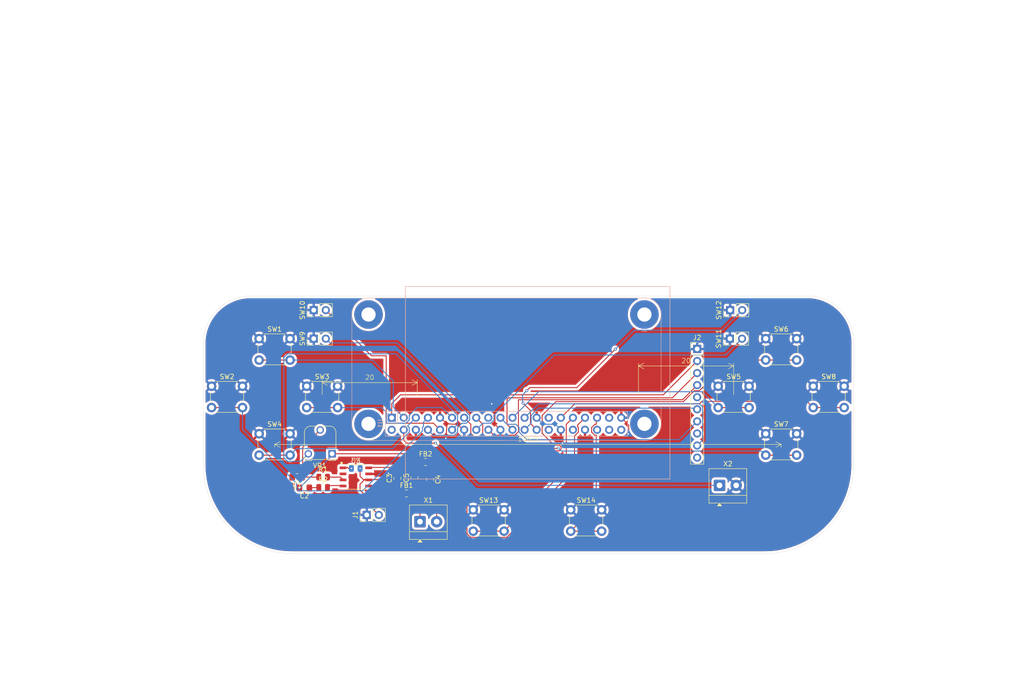
<source format=kicad_pcb>
(kicad_pcb (version 20241229) (generator "pcbnew") (generator_version "9.0")
  (title_block (title "RetroPie Zero Console"))
  (layers (0 "F.Cu" signal) (2 "B.Cu" signal) (13 "F.Paste" user) (15 "B.Paste" user) (5 "F.SilkS" user "F.Silkscreen") (7 "B.SilkS" user "B.Silkscreen") (1 "F.Mask" user) (3 "B.Mask" user) (25 "Edge.Cuts" user))
  (net 0 "")
  (net 1 "VCC")
  (net 2 "GND")
  (net 3 "SCREEN_MOSI")
  (net 4 "SCREEN_CS")
  (net 7 "SCREEN_D_C")
  (net 8 "SCREEN_CLK")
  (net 9 "SCREEN_RST")
  (net 10 "+3V3")
  (net 12 "DPAD_U")
  (net 13 "DPAD_L")
  (net 14 "DPAD_R")
  (net 15 "DPAD_D")
  (net 16 "SW_Y")
  (net 17 "SW_X")
  (net 18 "SW_B")
  (net 19 "SW_A")
  (net 20 "L_BUMP")
  (net 21 "R_TRIG")
  (net 22 "R_BUMP")
  (net 23 "SW_SEL")
  (net 24 "SW_STA")
  (net 28 "AIN -")
  (net 32 "PowerBoost Power")
  (net 33 "AIN +")
  (net 37 "/VO-")
  (net 38 "/VO+")
  (net 39 "Net-(C1-Pad1)")
  (net 40 "Net-(VR1-S)")
  (net 41 "Net-(C2-Pad1)")
  (net 42 "Net-(FB1-P$1)")
  (net 43 "Net-(FB2-P$1)")
  (net 44 "/SD")
  (net 45 "Net-(U3-IN_P)")
  (net 46 "Net-(U3-IN_N)")
  (net 48 "L_TRIG")
  (footprint "Capacitor_SMD:C_0805_2012Metric_Pad1.18x1.45mm_HandSolder" (layer "F.Cu") (at 147.683 124.8575 -90)
    (property "Reference" "C4" (at 0 -1.68 90) (layer "F.SilkS"))
    (property "Value" "220pF")
    (pad "1" smd roundrect (at -1.0375 0 270) (size 1.175 1.45) (layers "F.Cu" "F.Mask" "F.Paste") (roundrect_rratio 0.212766) (net 37 "/VO-"))
    (pad "2" smd roundrect (at 1.0375 0 270) (size 1.175 1.45) (layers "F.Cu" "F.Mask" "F.Paste") (roundrect_rratio 0.212766) (net 2 "GND"))
  )
  (footprint "Button_Switch_THT:SW_PUSH_6mm" (layer "F.Cu") (at 121.75 105.25)
    (property "Reference" "SW3" (at 3.25 -2 0) (layer "F.SilkS"))
    (property "Value" "SW_DIP_x01")
    (pad "1" thru_hole circle (at 0 0 90) (size 2 2) (drill 1.1) (layers "*.Cu" "*.Mask") (net 2 "GND"))
    (pad "1" thru_hole circle (at 6.5 0 90) (size 2 2) (drill 1.1) (layers "*.Cu" "*.Mask") (net 2 "GND"))
    (pad "2" thru_hole circle (at 0 4.5 90) (size 2 2) (drill 1.1) (layers "*.Cu" "*.Mask") (net 14 "DPAD_R"))
    (pad "2" thru_hole circle (at 6.5 4.5 90) (size 2 2) (drill 1.1) (layers "*.Cu" "*.Mask") (net 14 "DPAD_R"))
  )
  (footprint "Capacitor_SMD:C_0805_2012Metric" (layer "F.Cu") (at 142.73 127.8)
    (property "Reference" "FB1" (at 0 -1.68 0) (layer "F.SilkS"))
    (property "Value" "Ferrite")
    (pad "1" smd roundrect (at -0.95 0) (size 1 1.45) (layers "F.Cu" "F.Mask" "F.Paste") (net 42 "Net-(FB1-P$1)"))
    (pad "2" smd roundrect (at 0.95 0) (size 1 1.45) (layers "F.Cu" "F.Mask" "F.Paste") (net 38 "/VO+"))
  )
  (footprint "Resistor_SMD:R_0805_2012Metric" (layer "F.Cu") (at 125.204 126.53)
    (property "Reference" "R2" (at 0 -1.65 0) (layer "F.SilkS"))
    (property "Value" "100")
    (pad "1" smd roundrect (at -0.9125 0) (size 1.025 1.4) (layers "F.Cu" "F.Mask" "F.Paste") (roundrect_rratio 0.243902) (net 41 "Net-(C2-Pad1)"))
    (pad "2" smd roundrect (at 0.9125 0) (size 1.025 1.4) (layers "F.Cu" "F.Mask" "F.Paste") (roundrect_rratio 0.243902) (net 46 "Net-(U3-IN_N)"))
  )
  (footprint "Capacitor_SMD:C_0805_2012Metric_Pad1.18x1.45mm_HandSolder" (layer "F.Cu") (at 121.267 126.657 180)
    (property "Reference" "C2" (at 0 -1.68 0) (layer "F.SilkS"))
    (property "Value" "1uF")
    (pad "1" smd roundrect (at -1.0375 0 180) (size 1.175 1.45) (layers "F.Cu" "F.Mask" "F.Paste") (roundrect_rratio 0.212766) (net 41 "Net-(C2-Pad1)"))
    (pad "2" smd roundrect (at 1.0375 0 180) (size 1.175 1.45) (layers "F.Cu" "F.Mask" "F.Paste") (roundrect_rratio 0.212766) (net 28 "AIN -"))
  )
  (footprint "Button_Switch_THT:SW_PUSH_6mm" (layer "F.Cu") (at 228.234436 105.25)
    (property "Reference" "SW8" (at 3.25 -2 0) (layer "F.SilkS"))
    (property "Value" "SW_DIP_x01")
    (pad "1" thru_hole circle (at 0 0 90) (size 2 2) (drill 1.1) (layers "*.Cu" "*.Mask") (net 2 "GND"))
    (pad "1" thru_hole circle (at 6.5 0 90) (size 2 2) (drill 1.1) (layers "*.Cu" "*.Mask") (net 2 "GND"))
    (pad "2" thru_hole circle (at 0 4.5 90) (size 2 2) (drill 1.1) (layers "*.Cu" "*.Mask") (net 19 "SW_A"))
    (pad "2" thru_hole circle (at 6.5 4.5 90) (size 2 2) (drill 1.1) (layers "*.Cu" "*.Mask") (net 19 "SW_A"))
  )
  (footprint "Capacitor_SMD:C_0805_2012Metric_Pad1.18x1.45mm_HandSolder" (layer "F.Cu") (at 144.381 124.5195 90)
    (property "Reference" "C5" (at 0 -1.68 90) (layer "F.SilkS"))
    (property "Value" "220pF")
    (pad "1" smd roundrect (at -1.0375 0 90) (size 1.175 1.45) (layers "F.Cu" "F.Mask" "F.Paste") (roundrect_rratio 0.212766) (net 38 "/VO+"))
    (pad "2" smd roundrect (at 1.0375 0 90) (size 1.175 1.45) (layers "F.Cu" "F.Mask" "F.Paste") (roundrect_rratio 0.212766) (net 2 "GND"))
  )
  (footprint "Button_Switch_THT:SW_PUSH_6mm" (layer "F.Cu") (at 156.75 131.25)
    (property "Reference" "SW13" (at 3.25 -2 0) (layer "F.SilkS"))
    (property "Value" "SW_DIP_x01")
    (pad "1" thru_hole circle (at 0 0 90) (size 2 2) (drill 1.1) (layers "*.Cu" "*.Mask") (net 2 "GND"))
    (pad "1" thru_hole circle (at 6.5 0 90) (size 2 2) (drill 1.1) (layers "*.Cu" "*.Mask") (net 2 "GND"))
    (pad "2" thru_hole circle (at 0 4.5 90) (size 2 2) (drill 1.1) (layers "*.Cu" "*.Mask") (net 23 "SW_SEL"))
    (pad "2" thru_hole circle (at 6.5 4.5 90) (size 2 2) (drill 1.1) (layers "*.Cu" "*.Mask") (net 23 "SW_SEL"))
  )
  (footprint "TerminalBlock_4Ucon:TerminalBlock_4Ucon_1x02_P3.50mm_Horizontal" (layer "F.Cu") (at 145.57 133.7575)
    (property "Reference" "X1" (at 1.75 -4.52 0) (layer "F.SilkS"))
    (property "Value" "TERMBLOCK_1X2")
    (pad "1" thru_hole roundrect (at 0 0) (size 2.4 2.4) (drill 1.2) (layers "*.Cu" "*.Mask") (roundrect_rratio 0.104167) (net 38 "/VO+"))
    (pad "2" thru_hole circle (at 3.5 0) (size 2.4 2.4) (drill 1.2) (layers "*.Cu" "*.Mask") (net 37 "/VO-"))
  )
  (footprint "Button_Switch_THT:SW_PUSH_6mm" (layer "F.Cu") (at 218.25 115.25)
    (property "Reference" "SW7" (at 3.25 -2 0) (layer "F.SilkS"))
    (property "Value" "SW_DIP_x01")
    (pad "1" thru_hole circle (at 0 0 90) (size 2 2) (drill 1.1) (layers "*.Cu" "*.Mask") (net 2 "GND"))
    (pad "1" thru_hole circle (at 6.5 0 90) (size 2 2) (drill 1.1) (layers "*.Cu" "*.Mask") (net 2 "GND"))
    (pad "2" thru_hole circle (at 0 4.5 90) (size 2 2) (drill 1.1) (layers "*.Cu" "*.Mask") (net 18 "SW_B"))
    (pad "2" thru_hole circle (at 6.5 4.5 90) (size 2 2) (drill 1.1) (layers "*.Cu" "*.Mask") (net 18 "SW_B"))
  )
  (footprint "Button_Switch_THT:SW_PUSH_6mm" (layer "F.Cu") (at 101.75 105.25)
    (property "Reference" "SW2" (at 3.25 -2 0) (layer "F.SilkS"))
    (property "Value" "SW_DIP_x01")
    (pad "1" thru_hole circle (at 0 0 90) (size 2 2) (drill 1.1) (layers "*.Cu" "*.Mask") (net 2 "GND"))
    (pad "1" thru_hole circle (at 6.5 0 90) (size 2 2) (drill 1.1) (layers "*.Cu" "*.Mask") (net 2 "GND"))
    (pad "2" thru_hole circle (at 0 4.5 90) (size 2 2) (drill 1.1) (layers "*.Cu" "*.Mask") (net 13 "DPAD_L"))
    (pad "2" thru_hole circle (at 6.5 4.5 90) (size 2 2) (drill 1.1) (layers "*.Cu" "*.Mask") (net 13 "DPAD_L"))
  )
  (footprint "Button_Switch_THT:SW_PUSH_6mm" (layer "F.Cu") (at 218.25 95.25)
    (property "Reference" "SW6" (at 3.25 -2 0) (layer "F.SilkS"))
    (property "Value" "SW_DIP_x01")
    (pad "1" thru_hole circle (at 0 0 90) (size 2 2) (drill 1.1) (layers "*.Cu" "*.Mask") (net 2 "GND"))
    (pad "1" thru_hole circle (at 6.5 0 90) (size 2 2) (drill 1.1) (layers "*.Cu" "*.Mask") (net 2 "GND"))
    (pad "2" thru_hole circle (at 0 4.5 90) (size 2 2) (drill 1.1) (layers "*.Cu" "*.Mask") (net 17 "SW_X"))
    (pad "2" thru_hole circle (at 6.5 4.5 90) (size 2 2) (drill 1.1) (layers "*.Cu" "*.Mask") (net 17 "SW_X"))
  )
  (footprint "Connector_PinHeader_2.54mm:PinHeader_1x02_P2.54mm_Vertical" (layer "F.Cu") (at 134.366 132.334 90)
    (property "Reference" "J1" (at 0 -2.38 90) (layer "F.SilkS"))
    (property "Value" "Conn_01x02_Socket")
    (pad "1" thru_hole rect (at 0 0 90) (size 1.7 1.7) (drill 1) (layers "*.Cu" "*.Mask") (net 2 "GND"))
    (pad "2" thru_hole circle (at 0 2.54 90) (size 1.7 1.7) (drill 1) (layers "*.Cu" "*.Mask") (net 1 "VCC"))
  )
  (footprint "Potentiometer_THT:Potentiometer_Runtron_RM-065_Vertical" (layer "F.Cu") (at 127.087 119.461 180)
    (property "Reference" "VR1" (at 2.6 -2.5 0) (layer "F.SilkS"))
    (property "Value" "10K trim")
    (pad "1" thru_hole rect (at 0 0 180) (size 1.56 1.56) (drill 1) (layers "*.Cu" "*.Mask") (net 28 "AIN -"))
    (pad "2" thru_hole circle (at 2.5 5 180) (size 1.56 1.56) (drill 1) (layers "*.Cu" "*.Mask") (net 40 "Net-(VR1-S)"))
    (pad "3" thru_hole circle (at 5 0 180) (size 1.56 1.56) (drill 1) (layers "*.Cu" "*.Mask") (net 33 "AIN +"))
  )
  (footprint "Button_Switch_THT:SW_PUSH_6mm" (layer "F.Cu") (at 111.75 115.25)
    (property "Reference" "SW4" (at 3.25 -2 0) (layer "F.SilkS"))
    (property "Value" "SW_DIP_x01")
    (pad "1" thru_hole circle (at 0 0 90) (size 2 2) (drill 1.1) (layers "*.Cu" "*.Mask") (net 2 "GND"))
    (pad "1" thru_hole circle (at 6.5 0 90) (size 2 2) (drill 1.1) (layers "*.Cu" "*.Mask") (net 2 "GND"))
    (pad "2" thru_hole circle (at 0 4.5 90) (size 2 2) (drill 1.1) (layers "*.Cu" "*.Mask") (net 15 "DPAD_D"))
    (pad "2" thru_hole circle (at 6.5 4.5 90) (size 2 2) (drill 1.1) (layers "*.Cu" "*.Mask") (net 15 "DPAD_D"))
  )
  (footprint "Button_Switch_THT:SW_PUSH_6mm" (layer "F.Cu") (at 208.25 105.25)
    (property "Reference" "SW5" (at 3.25 -2 0) (layer "F.SilkS"))
    (property "Value" "SW_DIP_x01")
    (pad "1" thru_hole circle (at 0 0 90) (size 2 2) (drill 1.1) (layers "*.Cu" "*.Mask") (net 2 "GND"))
    (pad "1" thru_hole circle (at 6.5 0 90) (size 2 2) (drill 1.1) (layers "*.Cu" "*.Mask") (net 2 "GND"))
    (pad "2" thru_hole circle (at 0 4.5 90) (size 2 2) (drill 1.1) (layers "*.Cu" "*.Mask") (net 16 "SW_Y"))
    (pad "2" thru_hole circle (at 6.5 4.5 90) (size 2 2) (drill 1.1) (layers "*.Cu" "*.Mask") (net 16 "SW_Y"))
  )
  (footprint "Capacitor_SMD:C_0805_2012Metric" (layer "F.Cu") (at 146.733 121.196)
    (property "Reference" "FB2" (at 0 -1.68 0) (layer "F.SilkS"))
    (property "Value" "Ferrite")
    (pad "1" smd roundrect (at -0.95 0) (size 1 1.45) (layers "F.Cu" "F.Mask" "F.Paste") (net 43 "Net-(FB2-P$1)"))
    (pad "2" smd roundrect (at 0.95 0) (size 1 1.45) (layers "F.Cu" "F.Mask" "F.Paste") (net 37 "/VO-"))
  )
  (footprint "Connector_PinHeader_2.54mm:PinHeader_1x02_P2.54mm_Vertical" (layer "F.Cu") (at 210.765 89.25 90)
    (property "Reference" "SW12" (at 0 -2.38 90) (layer "F.SilkS"))
    (property "Value" "SW_DIP_x01")
    (pad "1" thru_hole rect (at 0 0 90) (size 1.7 1.7) (drill 1) (layers "*.Cu" "*.Mask") (net 2 "GND"))
    (pad "2" thru_hole circle (at 0 2.54 90) (size 1.7 1.7) (drill 1) (layers "*.Cu" "*.Mask") (net 21 "R_TRIG"))
  )
  (footprint "Button_Switch_THT:SW_PUSH_6mm" (layer "F.Cu") (at 111.75 95.25)
    (property "Reference" "SW1" (at 3.25 -2 0) (layer "F.SilkS"))
    (property "Value" "SW_DIP_x01")
    (pad "1" thru_hole circle (at 0 0 90) (size 2 2) (drill 1.1) (layers "*.Cu" "*.Mask") (net 2 "GND"))
    (pad "1" thru_hole circle (at 6.5 0 90) (size 2 2) (drill 1.1) (layers "*.Cu" "*.Mask") (net 2 "GND"))
    (pad "2" thru_hole circle (at 0 4.5 90) (size 2 2) (drill 1.1) (layers "*.Cu" "*.Mask") (net 12 "DPAD_U"))
    (pad "2" thru_hole circle (at 6.5 4.5 90) (size 2 2) (drill 1.1) (layers "*.Cu" "*.Mask") (net 12 "DPAD_U"))
  )
  (footprint "lib:PAM8302AADCR" (layer "F.Cu") (at 132.08 124.333)
    (property "Reference" "U3" (at 0 -3.4 0) (layer "F.SilkS"))
    (property "Value" "PAM8302AASCR")
    (fp_text user "*" (at -3 -2.6 0) (layer "F.SilkS"))
    (fp_text user "*" (at -3 -2.6 0) (layer "F.SilkS"))
    (pad "1" smd rect (at -2.689598 -1.905) (size 1.416799 0.558) (layers "F.Cu" "F.Mask" "F.Paste") (net 44 "/SD"))
    (pad "2" smd rect (at -2.689598 -0.635) (size 1.416799 0.558) (layers "F.Cu" "F.Mask" "F.Paste"))
    (pad "3" smd rect (at -2.689598 0.635) (size 1.416799 0.558) (layers "F.Cu" "F.Mask" "F.Paste") (net 45 "Net-(U3-IN_P)"))
    (pad "4" smd rect (at -2.689598 1.905) (size 1.416799 0.558) (layers "F.Cu" "F.Mask" "F.Paste") (net 46 "Net-(U3-IN_N)"))
    (pad "5" smd rect (at 2.689598 1.905) (size 1.416799 0.558) (layers "F.Cu" "F.Mask" "F.Paste") (net 42 "Net-(FB1-P$1)"))
    (pad "6" smd rect (at 2.689598 0.635) (size 1.416799 0.558) (layers "F.Cu" "F.Mask" "F.Paste") (net 1 "VCC"))
    (pad "7" smd rect (at 2.689598 -0.635) (size 1.416799 0.558) (layers "F.Cu" "F.Mask" "F.Paste") (net 2 "GND"))
    (pad "8" smd rect (at 2.689598 -1.905) (size 1.416799 0.558) (layers "F.Cu" "F.Mask" "F.Paste") (net 43 "Net-(FB2-P$1)"))
  )
  (footprint "Connector_PinHeader_2.54mm:PinHeader_1x02_P2.54mm_Vertical" (layer "F.Cu") (at 123.225 95.25 90)
    (property "Reference" "SW9" (at 0 -2.38 90) (layer "F.SilkS"))
    (property "Value" "SW_DIP_x01")
    (pad "1" thru_hole rect (at 0 0 90) (size 1.7 1.7) (drill 1) (layers "*.Cu" "*.Mask") (net 2 "GND"))
    (pad "2" thru_hole circle (at 0 2.54 90) (size 1.7 1.7) (drill 1) (layers "*.Cu" "*.Mask") (net 20 "L_BUMP"))
  )
  (footprint "Resistor_SMD:R_0805_2012Metric" (layer "F.Cu") (at 125.204 124.371)
    (property "Reference" "R1" (at 0 -1.65 0) (layer "F.SilkS"))
    (property "Value" "100")
    (pad "1" smd roundrect (at -0.9125 0) (size 1.025 1.4) (layers "F.Cu" "F.Mask" "F.Paste") (roundrect_rratio 0.243902) (net 39 "Net-(C1-Pad1)"))
    (pad "2" smd roundrect (at 0.9125 0) (size 1.025 1.4) (layers "F.Cu" "F.Mask" "F.Paste") (roundrect_rratio 0.243902) (net 45 "Net-(U3-IN_P)"))
  )
  (footprint "Capacitor_SMD:C_0805_2012Metric_Pad1.18x1.45mm_HandSolder" (layer "F.Cu") (at 119.743 124.371 180)
    (property "Reference" "C1" (at 0 -1.68 0) (layer "F.SilkS"))
    (property "Value" "1uF")
    (pad "1" smd roundrect (at -1.0375 0 180) (size 1.175 1.45) (layers "F.Cu" "F.Mask" "F.Paste") (roundrect_rratio 0.212766) (net 39 "Net-(C1-Pad1)"))
    (pad "2" smd roundrect (at 1.0375 0 180) (size 1.175 1.45) (layers "F.Cu" "F.Mask" "F.Paste") (roundrect_rratio 0.212766) (net 40 "Net-(VR1-S)"))
  )
  (footprint "TerminalBlock_4Ucon:TerminalBlock_4Ucon_1x02_P3.50mm_Horizontal" (layer "F.Cu") (at 208.534 126.111)
    (property "Reference" "X2" (at 1.75 -4.52 0) (layer "F.SilkS"))
    (property "Value" "TERMBLOCK_1X2")
    (pad "1" thru_hole roundrect (at 0 0) (size 2.4 2.4) (drill 1.2) (layers "*.Cu" "*.Mask") (roundrect_rratio 0.104167) (net 32 "PowerBoost Power"))
    (pad "2" thru_hole circle (at 3.5 0) (size 2.4 2.4) (drill 1.2) (layers "*.Cu" "*.Mask") (net 2 "GND"))
  )
  (footprint "Connector_PinHeader_2.54mm:PinHeader_1x02_P2.54mm_Vertical" (layer "F.Cu") (at 123.225 89.25 90)
    (property "Reference" "SW10" (at 0 -2.38 90) (layer "F.SilkS"))
    (property "Value" "SW_DIP_x01")
    (pad "1" thru_hole rect (at 0 0 90) (size 1.7 1.7) (drill 1) (layers "*.Cu" "*.Mask") (net 2 "GND"))
    (pad "2" thru_hole circle (at 0 2.54 90) (size 1.7 1.7) (drill 1) (layers "*.Cu" "*.Mask") (net 48 "L_TRIG"))
  )
  (footprint "Connector_PinHeader_2.54mm:PinHeader_1x10_P2.54mm_Vertical" (layer "F.Cu") (at 203.835 97.409)
    (property "Reference" "J2" (at 0 -2.38 0) (layer "F.SilkS"))
    (property "Value" "Conn_01x10_Pin")
    (pad "1" thru_hole rect (at 0 0) (size 1.7 1.7) (drill 1) (layers "*.Cu" "*.Mask") (net 2 "GND"))
    (pad "2" thru_hole circle (at 0 2.54) (size 1.7 1.7) (drill 1) (layers "*.Cu" "*.Mask") (net 10 "+3V3"))
    (pad "3" thru_hole circle (at 0 5.08) (size 1.7 1.7) (drill 1) (layers "*.Cu" "*.Mask") (net 7 "SCREEN_D_C"))
    (pad "4" thru_hole circle (at 0 7.62) (size 1.7 1.7) (drill 1) (layers "*.Cu" "*.Mask") (net 9 "SCREEN_RST"))
    (pad "5" thru_hole circle (at 0 10.16) (size 1.7 1.7) (drill 1) (layers "*.Cu" "*.Mask"))
    (pad "6" thru_hole circle (at 0 12.7) (size 1.7 1.7) (drill 1) (layers "*.Cu" "*.Mask") (net 4 "SCREEN_CS"))
    (pad "7" thru_hole circle (at 0 15.24) (size 1.7 1.7) (drill 1) (layers "*.Cu" "*.Mask") (net 3 "SCREEN_MOSI"))
    (pad "8" thru_hole circle (at 0 17.78) (size 1.7 1.7) (drill 1) (layers "*.Cu" "*.Mask"))
    (pad "9" thru_hole circle (at 0 20.32) (size 1.7 1.7) (drill 1) (layers "*.Cu" "*.Mask") (net 8 "SCREEN_CLK"))
    (pad "10" thru_hole circle (at 0 22.86) (size 1.7 1.7) (drill 1) (layers "*.Cu" "*.Mask"))
  )
  (footprint "Capacitor_SMD:C_0805_2012Metric_Pad1.18x1.45mm_HandSolder" (layer "F.Cu") (at 140.825 124.625 90)
    (property "Reference" "C3" (at 0 -1.68 90) (layer "F.SilkS"))
    (property "Value" "10uF")
    (pad "1" smd roundrect (at -1.0375 0 90) (size 1.175 1.45) (layers "F.Cu" "F.Mask" "F.Paste") (roundrect_rratio 0.212766) (net 1 "VCC"))
    (pad "2" smd roundrect (at 1.0375 0 90) (size 1.175 1.45) (layers "F.Cu" "F.Mask" "F.Paste") (roundrect_rratio 0.212766) (net 2 "GND"))
  )
  (footprint "Connector_PinHeader_2.54mm:PinHeader_1x02_P2.54mm_Vertical" (layer "F.Cu") (at 210.725 95.25 90)
    (property "Reference" "SW11" (at 0 -2.38 90) (layer "F.SilkS"))
    (property "Value" "SW_DIP_x01")
    (pad "1" thru_hole rect (at 0 0 90) (size 1.7 1.7) (drill 1) (layers "*.Cu" "*.Mask") (net 2 "GND"))
    (pad "2" thru_hole circle (at 0 2.54 90) (size 1.7 1.7) (drill 1) (layers "*.Cu" "*.Mask") (net 22 "R_BUMP"))
  )
  (footprint "Button_Switch_THT:SW_PUSH_6mm" (layer "F.Cu") (at 177.25 131.25)
    (property "Reference" "SW14" (at 3.25 -2 0) (layer "F.SilkS"))
    (property "Value" "SW_DIP_x01")
    (pad "1" thru_hole circle (at 0 0 90) (size 2 2) (drill 1.1) (layers "*.Cu" "*.Mask") (net 2 "GND"))
    (pad "1" thru_hole circle (at 6.5 0 90) (size 2 2) (drill 1.1) (layers "*.Cu" "*.Mask") (net 2 "GND"))
    (pad "2" thru_hole circle (at 0 4.5 90) (size 2 2) (drill 1.1) (layers "*.Cu" "*.Mask") (net 24 "SW_STA"))
    (pad "2" thru_hole circle (at 6.5 4.5 90) (size 2 2) (drill 1.1) (layers "*.Cu" "*.Mask") (net 24 "SW_STA"))
  )
  (footprint "Adafruit_2.2_SPI_240x320:TM022HDH26_2.2IN_LCD" (layer "B.Cu") (at 168.227 104.521 -90)
    (property "Reference" "U1")
    (property "Value" "~")
  )
  (footprint "lib:RPI Zero Footprint" (layer "B.Cu") (at 163.747 113.42 -90)
    (property "Reference" "U1" (at -0.27 26.46 90) (layer "B.SilkS") (effects (justify mirror)))
    (property "Value" "~")
    (pad "1" thru_hole rect (at -1.54 24.13 270) (size 1.7 1.7) (drill 1) (layers "*.Cu" "*.Mask") (net 10 "+3V3"))
    (pad "2" thru_hole oval (at 1 24.13 270) (size 1.7 1.7) (drill 1) (layers "*.Cu" "*.Mask"))
    (pad "3" thru_hole oval (at -1.54 21.59 270) (size 1.7 1.7) (drill 1) (layers "*.Cu" "*.Mask") (net 12 "DPAD_U"))
    (pad "4" thru_hole oval (at 1 21.59 270) (size 1.7 1.7) (drill 1) (layers "*.Cu" "*.Mask") (net 32 "PowerBoost Power"))
    (pad "5" thru_hole oval (at -1.54 19.05 270) (size 1.7 1.7) (drill 1) (layers "*.Cu" "*.Mask") (net 15 "DPAD_D"))
    (pad "6" thru_hole oval (at 1 19.05 270) (size 1.7 1.7) (drill 1) (layers "*.Cu" "*.Mask") (net 2 "GND"))
    (pad "7" thru_hole oval (at -1.54 16.51 270) (size 1.7 1.7) (drill 1) (layers "*.Cu" "*.Mask") (net 13 "DPAD_L"))
    (pad "8" thru_hole oval (at 1 16.51 270) (size 1.7 1.7) (drill 1) (layers "*.Cu" "*.Mask") (net 20 "L_BUMP"))
    (pad "9" thru_hole oval (at -1.54 13.97 270) (size 1.7 1.7) (drill 1) (layers "*.Cu" "*.Mask") (net 2 "GND"))
    (pad "10" thru_hole oval (at 1 13.97 270) (size 1.7 1.7) (drill 1) (layers "*.Cu" "*.Mask") (net 48 "L_TRIG"))
    (pad "11" thru_hole oval (at -1.54 11.43 270) (size 1.7 1.7) (drill 1) (layers "*.Cu" "*.Mask") (net 14 "DPAD_R"))
    (pad "12" thru_hole oval (at 1 11.43 270) (size 1.7 1.7) (drill 1) (layers "*.Cu" "*.Mask") (net 33 "AIN +"))
    (pad "13" thru_hole oval (at -1.54 8.89 270) (size 1.7 1.7) (drill 1) (layers "*.Cu" "*.Mask") (net 17 "SW_X"))
    (pad "14" thru_hole oval (at 1 8.89 270) (size 1.7 1.7) (drill 1) (layers "*.Cu" "*.Mask") (net 2 "GND"))
    (pad "15" thru_hole oval (at -1.54 6.35 270) (size 1.7 1.7) (drill 1) (layers "*.Cu" "*.Mask") (net 18 "SW_B"))
    (pad "16" thru_hole oval (at 1 6.35 270) (size 1.7 1.7) (drill 1) (layers "*.Cu" "*.Mask") (net 22 "R_BUMP"))
    (pad "17" thru_hole oval (at -1.54 3.81 270) (size 1.7 1.7) (drill 1) (layers "*.Cu" "*.Mask"))
    (pad "18" thru_hole oval (at 1 3.81 270) (size 1.7 1.7) (drill 1) (layers "*.Cu" "*.Mask") (net 9 "SCREEN_RST"))
    (pad "19" thru_hole oval (at -1.54 1.27 270) (size 1.7 1.7) (drill 1) (layers "*.Cu" "*.Mask") (net 3 "SCREEN_MOSI"))
    (pad "20" thru_hole oval (at 1 1.27 270) (size 1.7 1.7) (drill 1) (layers "*.Cu" "*.Mask") (net 2 "GND"))
    (pad "21" thru_hole oval (at -1.54 -1.27 270) (size 1.7 1.7) (drill 1) (layers "*.Cu" "*.Mask") (net 16 "SW_Y"))
    (pad "22" thru_hole oval (at 1 -1.27 270) (size 1.7 1.7) (drill 1) (layers "*.Cu" "*.Mask") (net 7 "SCREEN_D_C"))
    (pad "23" thru_hole oval (at -1.54 -3.81 270) (size 1.7 1.7) (drill 1) (layers "*.Cu" "*.Mask") (net 8 "SCREEN_CLK"))
    (pad "24" thru_hole oval (at 1 -3.81 270) (size 1.7 1.7) (drill 1) (layers "*.Cu" "*.Mask") (net 4 "SCREEN_CS"))
    (pad "25" thru_hole oval (at -1.54 -6.35 270) (size 1.7 1.7) (drill 1) (layers "*.Cu" "*.Mask") (net 2 "GND"))
    (pad "26" thru_hole oval (at 1 -6.35 270) (size 1.7 1.7) (drill 1) (layers "*.Cu" "*.Mask") (net 21 "R_TRIG"))
    (pad "27" thru_hole oval (at -1.54 -8.89 270) (size 1.7 1.7) (drill 1) (layers "*.Cu" "*.Mask"))
    (pad "28" thru_hole oval (at 1 -8.89 270) (size 1.7 1.7) (drill 1) (layers "*.Cu" "*.Mask"))
    (pad "29" thru_hole oval (at -1.54 -11.43 270) (size 1.7 1.7) (drill 1) (layers "*.Cu" "*.Mask") (net 19 "SW_A"))
    (pad "30" thru_hole oval (at 1 -11.43 270) (size 1.7 1.7) (drill 1) (layers "*.Cu" "*.Mask") (net 2 "GND"))
    (pad "31" thru_hole oval (at -1.54 -13.97 270) (size 1.7 1.7) (drill 1) (layers "*.Cu" "*.Mask") (net 23 "SW_SEL"))
    (pad "32" thru_hole oval (at 1 -13.97 270) (size 1.7 1.7) (drill 1) (layers "*.Cu" "*.Mask"))
    (pad "33" thru_hole oval (at -1.54 -16.51 270) (size 1.7 1.7) (drill 1) (layers "*.Cu" "*.Mask") (net 28 "AIN -"))
    (pad "34" thru_hole oval (at 1 -16.51 270) (size 1.7 1.7) (drill 1) (layers "*.Cu" "*.Mask") (net 2 "GND"))
    (pad "35" thru_hole oval (at -1.54 -19.05 270) (size 1.7 1.7) (drill 1) (layers "*.Cu" "*.Mask") (net 24 "SW_STA"))
    (pad "36" thru_hole oval (at 1 -19.05 270) (size 1.7 1.7) (drill 1) (layers "*.Cu" "*.Mask"))
    (pad "37" thru_hole oval (at -1.54 -21.59 270) (size 1.7 1.7) (drill 1) (layers "*.Cu" "*.Mask"))
    (pad "38" thru_hole oval (at 1 -21.59 270) (size 1.7 1.7) (drill 1) (layers "*.Cu" "*.Mask"))
    (pad "39" thru_hole oval (at -1.54 -24.13 270) (size 1.7 1.7) (drill 1) (layers "*.Cu" "*.Mask") (net 2 "GND"))
    (pad "40" thru_hole oval (at 1 -24.13 270) (size 1.7 1.7) (drill 1) (layers "*.Cu" "*.Mask"))
    (pad "41" thru_hole circle (at -23.25 -29 270) (size 6 6) (drill 3) (property pad_prop_castellated) (layers "*.Cu"))
    (pad "41" thru_hole circle (at -23.25 29 270) (size 6 6) (drill 3) (property pad_prop_castellated) (layers "*.Cu"))
    (pad "41" thru_hole circle (at -0.25 -29 270) (size 6 6) (drill 3) (property pad_prop_castellated) (layers "*.Cu"))
    (pad "41" thru_hole circle (at -0.25 29 270) (size 6 6) (drill 3) (property pad_prop_castellated) (layers "*.Cu"))
  )
  (footprint "Resistor_SMD:R_0805_2012Metric" (layer "B.Cu") (at 132.062 122.555 180)
    (property "Reference" "R3" (at 0 1.65 0) (layer "B.SilkS") (effects (justify mirror)))
    (property "Value" "10K")
    (pad "1" smd roundrect (at -0.9125 0 180) (size 1.025 1.4) (layers "B.Cu" "B.Mask" "B.Paste") (roundrect_rratio 0.243902) (net 1 "VCC"))
    (pad "2" smd roundrect (at 0.9125 0 180) (size 1.025 1.4) (layers "B.Cu" "B.Mask" "B.Paste") (roundrect_rratio 0.243902) (net 44 "/SD"))
  )
  (gr_line (start 100 96.25) (end 100 121.793) (stroke (width 0.05)) (layer "Edge.Cuts"))
  (gr_line (start 218.059 140.462) (end 118.669 140.462) (stroke (width 0.05)) (layer "Edge.Cuts"))
  (gr_arc (start 100 96.25) (mid 102.928932 89.178932) (end 110 86.25) (stroke (width 0.05)) (layer "Edge.Cuts"))
  (gr_line (start 236.75 96) (end 236.735024 121.793) (stroke (width 0.05)) (layer "Edge.Cuts"))
  (gr_line (start 110 86.25) (end 227 86.25) (stroke (width 0.05)) (layer "Edge.Cuts"))
  (gr_arc (start 236.735024 121.793) (mid 231.267 134.993976) (end 218.066024 140.462) (stroke (width 0.05)) (layer "Edge.Cuts"))
  (gr_arc (start 227 86.25) (mid 233.894291 89.105709) (end 236.75 96) (stroke (width 0.05)) (layer "Edge.Cuts"))
  (gr_arc (start 118.669 140.462) (mid 105.468024 134.993976) (end 100 121.793) (stroke (width 0.05)) (layer "Edge.Cuts"))
  (dimension (type orthogonal) (layer "F.SilkS") (pts (xy 211.5 107.5) (xy 191.5 107.5)) (height -6.5) (orientation 0) (format (prefix "") (suffix "") (units 3) (units_format 0) (precision 4) (suppress_zeroes yes)) (style (thickness 0.1) (arrow_length 1.27) (text_position_mode 0) (arrow_direction outward) (extension_height 0.58642) (extension_offset 0.5) (keep_text_aligned yes)) (gr_text "20" (at 201.5 99.9 0) (layer "F.SilkS") (effects (font (size 1 1) (thickness 0.1)))))
  (dimension (type orthogonal) (layer "F.SilkS") (pts (xy 125 107.5) (xy 145 107.75)) (height -3) (orientation 0) (format (prefix "") (suffix "") (units 3) (units_format 0) (precision 4) (suppress_zeroes yes)) (style (thickness 0.1) (arrow_length 1.27) (text_position_mode 0) (arrow_direction outward) (extension_height 0.58642) (extension_offset 0.5) (keep_text_aligned yes)) (gr_text "20" (at 135 103.4 0) (layer "F.SilkS") (effects (font (size 1 1) (thickness 0.1)))))
  (dimension (type orthogonal) (layer "F.SilkS") (pts (xy 115 117) (xy 221.5 117)) (height 0.5) (orientation 0) (format (prefix "") (suffix "") (units 3) (units_format 0) (precision 4) (suppress_zeroes yes)) (style (thickness 0.1) (arrow_length 1.27) (text_position_mode 0) (arrow_direction outward) (extension_height 0.58642) (extension_offset 0.5) (keep_text_aligned yes)) (gr_text "106.5" (at 168.25 116.4 0) (layer "F.SilkS") (effects (font (size 1 1) (thickness 0.1)))))
  (segment (start 132.9745 124.206) (end 132.9745 124.2115) (width 0.2) (layer "F.Cu") (net 1))
  (segment (start 133.947 124.879) (end 132.969 125.857) (width 0.2) (layer "F.Cu") (net 1))
  (segment (start 132.969 127.127) (end 134.747 128.905) (width 0.2) (layer "F.Cu") (net 1))
  (segment (start 132.9745 122.555) (end 132.9745 124.206) (width 0.2) (layer "F.Cu") (net 1))
  (segment (start 133.947 124.879) (end 133.6475 124.879) (width 0.2) (layer "F.Cu") (net 1))
  (segment (start 134.751598 124.879) (end 133.947 124.879) (width 0.2) (layer "F.Cu") (net 1))
  (segment (start 140.0415 124.879) (end 134.751598 124.879) (width 0.2) (layer "F.Cu") (net 1))
  (segment (start 132.969 125.857) (end 132.969 127.127) (width 0.2) (layer "F.Cu") (net 1))
  (segment (start 140.825 125.6625) (end 140.0415 124.879) (width 0.2) (layer "F.Cu") (net 1))
  (segment (start 134.747 130.175) (end 136.906 132.334) (width 0.2) (layer "F.Cu") (net 1))
  (segment (start 133.6475 124.879) (end 132.9745 124.206) (width 0.2) (layer "F.Cu") (net 1))
  (segment (start 134.747 128.905) (end 134.747 130.175) (width 0.2) (layer "F.Cu") (net 1))
  (via (at 132.9745 122.555) (size 0.6) (drill 0.3) (layers "F.Cu" "B.Cu") (net 1))
  (segment (start 189.446 115.227) (end 189.357 115.316) (width 0.2) (layer "F.Cu") (net 2))
  (segment (start 187.877 111.88) (end 189.446 113.449) (width 0.2) (layer "F.Cu") (net 2))
  (segment (start 149.777 111.88) (end 151.257 113.157) (width 0.2) (layer "F.Cu") (net 2))
  (segment (start 151.01316 116.205) (end 151.003 116.332) (width 0.2) (layer "F.Cu") (net 2))
  (segment (start 161.326 109.637) (end 160.655 108.966) (width 0.2) (layer "F.Cu") (net 2))
  (segment (start 161.326 113.269) (end 161.326 109.637) (width 0.2) (layer "F.Cu") (net 2))
  (segment (start 189.446 113.449) (end 189.446 115.227) (width 0.2) (layer "F.Cu") (net 2))
  (segment (start 162.477 114.42) (end 161.326 113.269) (width 0.2) (layer "F.Cu") (net 2))
  (segment (start 151.257 113.157) (end 151.01316 116.205) (width 0.2) (layer "F.Cu") (net 2))
  (segment (start 153.289 113.284) (end 151.257 113.157) (width 0.2) (layer "F.Cu") (net 2))
  (segment (start 154.857 114.42) (end 153.289 113.284) (width 0.2) (layer "F.Cu") (net 2))
  (via (at 151.01316 116.205) (size 0.6) (drill 0.3) (layers "F.Cu" "B.Cu") (net 2))
  (via (at 189.357 115.316) (size 0.6) (drill 0.3) (layers "F.Cu" "B.Cu") (net 2))
  (via (at 175.514 117.221) (size 0.6) (drill 0.3) (layers "F.Cu" "B.Cu") (net 2))
  (via (at 160.655 108.966) (size 0.6) (drill 0.3) (layers "F.Cu" "B.Cu") (net 2))
  (via (at 138.938 123.571) (size 0.6) (drill 0.3) (layers "F.Cu" "B.Cu") (net 2))
  (segment (start 174.026 113.269) (end 175.177 114.42) (width 0.2) (layer "B.Cu") (net 2))
  (segment (start 170.097 111.88) (end 171.486 113.269) (width 0.2) (layer "B.Cu") (net 2))
  (segment (start 171.486 113.269) (end 174.026 113.269) (width 0.2) (layer "B.Cu") (net 2))
  (segment (start 203.835 112.649) (end 200.013 116.471) (width 0.2) (layer "B.Cu") (net 3))
  (segment (start 165.73176 113.269) (end 163.866 113.269) (width 0.2) (layer "B.Cu") (net 3))
  (segment (start 163.866 113.269) (end 162.477 111.88) (width 0.2) (layer "B.Cu") (net 3))
  (segment (start 200.013 116.471) (end 167.98024 116.471) (width 0.2) (layer "B.Cu") (net 3))
  (segment (start 166.406 114.89676) (end 166.406 113.94324) (width 0.2) (layer "B.Cu") (net 3))
  (segment (start 167.98024 116.471) (end 166.406 114.89676) (width 0.2) (layer "B.Cu") (net 3))
  (segment (start 166.406 113.94324) (end 165.73176 113.269) (width 0.2) (layer "B.Cu") (net 3))
  (segment (start 170.48024 109.869) (end 168.946 111.40324) (width 0.2) (layer "B.Cu") (net 4))
  (segment (start 203.595 109.869) (end 170.48024 109.869) (width 0.2) (layer "B.Cu") (net 4))
  (segment (start 168.946 113.031) (end 167.557 114.42) (width 0.2) (layer "B.Cu") (net 4))
  (segment (start 203.835 110.109) (end 203.595 109.869) (width 0.2) (layer "B.Cu") (net 4))
  (segment (start 168.946 111.40324) (end 168.946 113.031) (width 0.2) (layer "B.Cu") (net 4))
  (segment (start 165.017 114.42) (end 163.866 113.269) (width 0.2) (layer "F.Cu") (net 7))
  (segment (start 198.628 107.696) (end 203.835 102.489) (width 0.2) (layer "F.Cu") (net 7))
  (segment (start 163.866 108.041) (end 164.211 107.696) (width 0.2) (layer "F.Cu") (net 7))
  (segment (start 163.866 113.269) (end 163.866 108.041) (width 0.2) (layer "F.Cu") (net 7))
  (segment (start 164.211 107.696) (end 198.628 107.696) (width 0.2) (layer "F.Cu") (net 7))
  (segment (start 203.835 117.729) (end 204.986 116.578) (width 0.2) (layer "B.Cu") (net 8))
  (segment (start 170.479 108.958) (end 167.557 111.88) (width 0.2) (layer "B.Cu") (net 8))
  (segment (start 204.31176 108.958) (end 170.479 108.958) (width 0.2) (layer "B.Cu") (net 8))
  (segment (start 204.986 109.63224) (end 204.31176 108.958) (width 0.2) (layer "B.Cu") (net 8))
  (segment (start 204.986 116.578) (end 204.986 109.63224) (width 0.2) (layer "B.Cu") (net 8))
  (segment (start 203.835 105.029) (end 200.767 108.097) (width 0.2) (layer "F.Cu") (net 9))
  (segment (start 165.49376 115.571) (end 161.088 115.571) (width 0.2) (layer "F.Cu") (net 9))
  (segment (start 200.767 108.097) (end 166.26 108.097) (width 0.2) (layer "F.Cu") (net 9))
  (segment (start 161.088 115.571) (end 159.937 114.42) (width 0.2) (layer "F.Cu") (net 9))
  (segment (start 166.26 108.097) (end 166.26 114.80476) (width 0.2) (layer "F.Cu") (net 9))
  (segment (start 166.26 114.80476) (end 165.49376 115.571) (width 0.2) (layer "F.Cu") (net 9))
  (segment (start 196.723 107.061) (end 203.835 99.949) (width 0.2) (layer "F.Cu") (net 10))
  (segment (start 139.617 111.88) (end 139.617 108.922) (width 0.2) (layer "F.Cu") (net 10))
  (segment (start 141.478 107.061) (end 196.723 107.061) (width 0.2) (layer "F.Cu") (net 10))
  (segment (start 139.617 108.922) (end 141.478 107.061) (width 0.2) (layer "F.Cu") (net 10))
  (segment (start 111.75 99.75) (end 118.25 99.75) (width 0.2) (layer "F.Cu") (net 12))
  (segment (start 139.954 104.14) (end 139.954 109.677) (width 0.2) (layer "B.Cu") (net 12))
  (segment (start 135.564 99.75) (end 139.954 104.14) (width 0.2) (layer "B.Cu") (net 12))
  (segment (start 139.954 109.677) (end 142.157 111.88) (width 0.2) (layer "B.Cu") (net 12))
  (segment (start 118.25 99.75) (end 135.564 99.75) (width 0.2) (layer "B.Cu") (net 12))
  (segment (start 101.75 109.75) (end 108.25 109.75) (width 0.2) (layer "F.Cu") (net 13))
  (segment (start 146.086 114.65876) (end 146.086 113.94324) (width 0.2) (layer "B.Cu") (net 13))
  (segment (start 146.304 113.72524) (end 146.304 112.813) (width 0.2) (layer "B.Cu") (net 13))
  (segment (start 108.25 114.325443) (end 119.6285 125.703943) (width 0.2) (layer "B.Cu") (net 13))
  (segment (start 119.6285 125.703943) (end 119.6285 126.905943) (width 0.2) (layer "B.Cu") (net 13))
  (segment (start 146.304 112.813) (end 147.237 111.88) (width 0.2) (layer "B.Cu") (net 13))
  (segment (start 108.25 109.75) (end 108.25 114.325443) (width 0.2) (layer "B.Cu") (net 13))
  (segment (start 133.48676 127.258) (end 146.086 114.65876) (width 0.2) (layer "B.Cu") (net 13))
  (segment (start 119.980557 127.258) (end 133.48676 127.258) (width 0.2) (layer "B.Cu") (net 13))
  (segment (start 119.6285 126.905943) (end 119.980557 127.258) (width 0.2) (layer "B.Cu") (net 13))
  (segment (start 146.086 113.94324) (end 146.304 113.72524) (width 0.2) (layer "B.Cu") (net 13))
  (segment (start 121.75 109.75) (end 128.25 109.75) (width 0.2) (layer "F.Cu") (net 14))
  (segment (start 137.487 109.75) (end 138.466 110.729) (width 0.2) (layer "B.Cu") (net 14))
  (segment (start 143.308 112.35676) (end 143.308 111.40324) (width 0.2) (layer "B.Cu") (net 14))
  (segment (start 144.96124 109.75) (end 150.187 109.75) (width 0.2) (layer "B.Cu") (net 14))
  (segment (start 138.466 113.031) (end 142.63376 113.031) (width 0.2) (layer "B.Cu") (net 14))
  (segment (start 128.25 109.75) (end 137.487 109.75) (width 0.2) (layer "B.Cu") (net 14))
  (segment (start 138.466 110.729) (end 138.466 113.031) (width 0.2) (layer "B.Cu") (net 14))
  (segment (start 150.187 109.75) (end 152.317 111.88) (width 0.2) (layer "B.Cu") (net 14))
  (segment (start 142.63376 113.031) (end 143.308 112.35676) (width 0.2) (layer "B.Cu") (net 14))
  (segment (start 143.308 111.40324) (end 144.96124 109.75) (width 0.2) (layer "B.Cu") (net 14))
  (segment (start 111.75 119.75) (end 118.25 119.75) (width 0.2) (layer "F.Cu") (net 15))
  (segment (start 142.621 115.58376) (end 139.82476 118.38) (width 0.2) (layer "B.Cu") (net 15))
  (segment (start 142.97088 113.60612) (end 143.308 113.94324) (width 0.2) (layer "B.Cu") (net 15))
  (segment (start 143.308 114.89676) (end 142.63376 115.571) (width 0.2) (layer "B.Cu") (net 15))
  (segment (start 119.62 118.38) (end 118.25 119.75) (width 0.2) (layer "B.Cu") (net 15))
  (segment (start 142.621 115.571) (end 142.621 115.58376) (width 0.2) (layer "B.Cu") (net 15))
  (segment (start 144.697 111.88) (end 142.97088 113.60612) (width 0.2) (layer "B.Cu") (net 15))
  (segment (start 142.63376 115.571) (end 142.621 115.571) (width 0.2) (layer "B.Cu") (net 15))
  (segment (start 139.82476 118.38) (end 119.62 118.38) (width 0.2) (layer "B.Cu") (net 15))
  (segment (start 143.308 113.94324) (end 143.308 114.89676) (width 0.2) (layer "B.Cu") (net 15))
  (segment (start 208.25 109.75) (end 214.75 109.75) (width 0.2) (layer "F.Cu") (net 16))
  (segment (start 204.918 106.418) (end 170.479 106.418) (width 0.2) (layer "B.Cu") (net 16))
  (segment (start 208.25 109.75) (end 204.918 106.418) (width 0.2) (layer "B.Cu") (net 16))
  (segment (start 170.479 106.418) (end 165.017 111.88) (width 0.2) (layer "B.Cu") (net 16))
  (segment (start 156.246 115.1571) (end 156.246 113.269) (width 0.2) (layer "F.Cu") (net 17))
  (segment (start 174.873943 117.636) (end 175.226 117.988057) (width 0.2) (layer "F.Cu") (net 17))
  (segment (start 200.9331 108.498) (end 174.15324 108.498) (width 0.2) (layer "F.Cu") (net 17))
  (segment (start 204.31176 106.18) (end 203.2511 106.18) (width 0.2) (layer "F.Cu") (net 17))
  (segment (start 210.74176 99.75) (end 204.31176 106.18) (width 0.2) (layer "F.Cu") (net 17))
  (segment (start 203.2511 106.18) (end 200.9331 108.498) (width 0.2) (layer "F.Cu") (net 17))
  (segment (start 218.25 99.75) (end 224.75 99.75) (width 0.2) (layer "F.Cu") (net 17))
  (segment (start 171.248 115.161943) (end 173.722057 117.636) (width 0.2) (layer "F.Cu") (net 17))
  (segment (start 173.722057 117.636) (end 174.873943 117.636) (width 0.2) (layer "F.Cu") (net 17))
  (segment (start 218.25 99.75) (end 210.74176 99.75) (width 0.2) (layer "F.Cu") (net 17))
  (segment (start 171.248 111.40324) (end 171.248 115.161943) (width 0.2) (layer "F.Cu") (net 17))
  (segment (start 174.873943 118.838) (end 159.9269 118.838) (width 0.2) (layer "F.Cu") (net 17))
  (segment (start 175.226 118.485943) (end 174.873943 118.838) (width 0.2) (layer "F.Cu") (net 17))
  (segment (start 156.246 113.269) (end 154.857 111.88) (width 0.2) (layer "F.Cu") (net 17))
  (segment (start 174.15324 108.498) (end 171.248 111.40324) (width 0.2) (layer "F.Cu") (net 17))
  (segment (start 159.9269 118.838) (end 156.246 115.1571) (width 0.2) (layer "F.Cu") (net 17))
  (segment (start 175.226 117.988057) (end 175.226 118.485943) (width 0.2) (layer "F.Cu") (net 17))
  (segment (start 157.397 111.88) (end 158.75 113.233) (width 0.2) (layer "F.Cu") (net 18))
  (segment (start 160.02 118.364) (end 160.401 118.364) (width 0.2) (layer "F.Cu") (net 18))
  (segment (start 158.75 117.094) (end 160.02 118.364) (width 0.2) (layer "F.Cu") (net 18))
  (segment (start 160.401 118.364) (end 174.498 118.364) (width 0.2) (layer "F.Cu") (net 18))
  (segment (start 174.498 118.364) (end 174.625 118.237) (width 0.2) (layer "F.Cu") (net 18))
  (segment (start 218.25 119.75) (end 224.75 119.75) (width 0.2) (layer "F.Cu") (net 18))
  (segment (start 158.75 113.233) (end 158.75 117.094) (width 0.2) (layer "F.Cu") (net 18))
  (via (at 174.625 118.237) (size 0.6) (drill 0.3) (layers "F.Cu" "B.Cu") (net 18))
  (segment (start 175.268 118.88) (end 217.38 118.88) (width 0.2) (layer "B.Cu") (net 18))
  (segment (start 217.38 118.88) (end 218.25 119.75) (width 0.2) (layer "B.Cu") (net 18))
  (segment (start 174.625 118.237) (end 175.268 118.88) (width 0.2) (layer "B.Cu") (net 18))
  (segment (start 178.099 108.958) (end 175.177 111.88) (width 0.2) (layer "F.Cu") (net 19))
  (segment (start 204.82076 108.449) (end 204.31176 108.958) (width 0.2) (layer "F.Cu") (net 19))
  (segment (start 204.31176 108.958) (end 178.099 108.958) (width 0.2) (layer "F.Cu") (net 19))
  (segment (start 228.234436 109.75) (end 226.933436 108.449) (width 0.2) (layer "F.Cu") (net 19))
  (segment (start 228.234436 109.75) (end 234.734436 109.75) (width 0.2) (layer "F.Cu") (net 19))
  (segment (start 226.933436 108.449) (end 204.82076 108.449) (width 0.2) (layer "F.Cu") (net 19))
  (segment (start 126.654 96.139) (end 140.74376 96.139) (width 0.2) (layer "B.Cu") (net 20))
  (segment (start 154.38024 113.031) (end 153.468 113.94324) (width 0.2) (layer "B.Cu") (net 20))
  (segment (start 152.79376 115.571) (end 148.388 115.571) (width 0.2) (layer "B.Cu") (net 20))
  (segment (start 125.765 95.25) (end 126.654 96.139) (width 0.2) (layer "B.Cu") (net 20))
  (segment (start 155.33376 113.031) (end 154.38024 113.031) (width 0.2) (layer "B.Cu") (net 20))
  (segment (start 156.008 112.35676) (end 155.33376 113.031) (width 0.2) (layer "B.Cu") (net 20))
  (segment (start 153.468 114.89676) (end 152.79376 115.571) (width 0.2) (layer "B.Cu") (net 20))
  (segment (start 156.008 111.40324) (end 156.008 112.35676) (width 0.2) (layer "B.Cu") (net 20))
  (segment (start 140.74376 96.139) (end 156.008 111.40324) (width 0.2) (layer "B.Cu") (net 20))
  (segment (start 153.468 113.94324) (end 153.468 114.89676) (width 0.2) (layer "B.Cu") (net 20))
  (segment (start 148.388 115.571) (end 147.237 114.42) (width 0.2) (layer "B.Cu") (net 20))
  (segment (start 168.656 105.537) (end 168.021 106.172) (width 0.2) (layer "F.Cu") (net 21))
  (segment (start 169.037 105.537) (end 168.656 105.537) (width 0.2) (layer "F.Cu") (net 21))
  (segment (start 178.562 105.537) (end 169.037 105.537) (width 0.2) (layer "F.Cu") (net 21))
  (segment (start 186.6265 97.4725) (end 178.562 105.537) (width 0.2) (layer "F.Cu") (net 21))
  (segment (start 168.783 113.106) (end 170.097 114.42) (width 0.2) (layer "F.Cu") (net 21))
  (segment (start 167.234235 108.814235) (end 168.783 110.363) (width 0.2) (layer "F.Cu") (net 21))
  (segment (start 168.783 110.363) (end 168.783 113.106) (width 0.2) (layer "F.Cu") (net 21))
  (via (at 167.234235 108.814235) (size 0.6) (drill 0.3) (layers "F.Cu" "B.Cu") (net 21))
  (via (at 186.6265 97.4725) (size 0.6) (drill 0.3) (layers "F.Cu" "B.Cu") (net 21))
  (via (at 168.021 106.172) (size 0.6) (drill 0.3) (layers "F.Cu" "B.Cu") (net 21))
  (segment (start 209.084 93.471) (end 213.305 89.25) (width 0.2) (layer "B.Cu") (net 21))
  (segment (start 168.021 106.172) (end 167.132 107.061) (width 0.2) (layer "B.Cu") (net 21))
  (segment (start 186.6265 97.4725) (end 186.563 97.536) (width 0.2) (layer "B.Cu") (net 21))
  (segment (start 186.6265 97.4725) (end 190.628 93.471) (width 0.2) (layer "B.Cu") (net 21))
  (segment (start 167.132 107.061) (end 167.132 108.585) (width 0.2) (layer "B.Cu") (net 21))
  (segment (start 167.234235 108.687235) (end 167.234235 108.814235) (width 0.2) (layer "B.Cu") (net 21))
  (segment (start 167.132 108.585) (end 167.234235 108.687235) (width 0.2) (layer "B.Cu") (net 21))
  (segment (start 190.628 93.471) (end 209.084 93.471) (width 0.2) (layer "B.Cu") (net 21))
  (segment (start 158.786 113.031) (end 157.397 114.42) (width 0.2) (layer "B.Cu") (net 22))
  (segment (start 161.088 111.40324) (end 161.088 112.35676) (width 0.2) (layer "B.Cu") (net 22))
  (segment (start 160.41376 113.031) (end 158.786 113.031) (width 0.2) (layer "B.Cu") (net 22))
  (segment (start 209.918 98.597) (end 213.265 95.25) (width 0.2) (layer "B.Cu") (net 22))
  (segment (start 209.918 98.687) (end 173.80424 98.687) (width 0.2) (layer "B.Cu") (net 22))
  (segment (start 173.80424 98.687) (end 161.088 111.40324) (width 0.2) (layer "B.Cu") (net 22))
  (segment (start 209.918 98.687) (end 209.918 98.597) (width 0.2) (layer "B.Cu") (net 22))
  (segment (start 161.088 112.35676) (end 160.41376 113.031) (width 0.2) (layer "B.Cu") (net 22))
  (segment (start 156.75 135.75) (end 163.25 135.75) (width 0.2) (layer "F.Cu") (net 23))
  (segment (start 176.328 122.672) (end 176.328 113.269) (width 0.2) (layer "F.Cu") (net 23))
  (segment (start 176.328 113.269) (end 177.717 111.88) (width 0.2) (layer "F.Cu") (net 23))
  (segment (start 163.25 135.75) (end 176.328 122.672) (width 0.2) (layer "F.Cu") (net 23))
  (segment (start 182.32024 115.571) (end 182.626 115.571) (width 0.2) (layer "F.Cu") (net 24))
  (segment (start 182.797 111.88) (end 182.626 112.051) (width 0.2) (layer "F.Cu") (net 24))
  (segment (start 182.626 129.624) (end 181.408 130.842) (width 0.2) (layer "F.Cu") (net 24))
  (segment (start 177.25 135.75) (end 183.75 135.75) (width 0.2) (layer "F.Cu") (net 24))
  (segment (start 181.646 113.94324) (end 181.646 114.89676) (width 0.2) (layer "F.Cu") (net 24))
  (segment (start 181.646 114.89676) (end 182.32024 115.571) (width 0.2) (layer "F.Cu") (net 24))
  (segment (start 181.408 131.592) (end 181.408 130.75) (width 0.2) (layer "F.Cu") (net 24))
  (segment (start 182.626 115.571) (end 182.626 129.624) (width 0.2) (layer "F.Cu") (net 24))
  (segment (start 182.626 112.051) (end 182.626 113.269) (width 0.2) (layer "F.Cu") (net 24))
  (segment (start 177.25 135.75) (end 181.408 131.592) (width 0.2) (layer "F.Cu") (net 24))
  (segment (start 182.626 113.269) (end 182.32024 113.269) (width 0.2) (layer "F.Cu") (net 24))
  (segment (start 182.32024 113.269) (end 181.646 113.94324) (width 0.2) (layer "F.Cu") (net 24))
  (segment (start 155.449 136.288892) (end 155.449 127.186892) (width 0.2) (layer "F.Cu") (net 28))
  (segment (start 180.257 111.88) (end 178.689 113.448) (width 0.2) (layer "F.Cu") (net 28))
  (segment (start 178.868 113.94324) (end 178.868 114.89676) (width 0.2) (layer "F.Cu") (net 28))
  (segment (start 156.211108 137.051) (end 155.449 136.288892) (width 0.2) (layer "F.Cu") (net 28))
  (segment (start 147.723108 119.461) (end 127.087 119.461) (width 0.2) (layer "F.Cu") (net 28))
  (segment (start 178.868 114.89676) (end 178.054 115.71076) (width 0.2) (layer "F.Cu") (net 28))
  (segment (start 163.788892 137.051) (end 156.211108 137.051) (width 0.2) (layer "F.Cu") (net 28))
  (segment (start 178.054 115.71076) (end 178.054 122.785892) (width 0.2) (layer "F.Cu") (net 28))
  (segment (start 155.449 127.186892) (end 147.723108 119.461) (width 0.2) (layer "F.Cu") (net 28))
  (segment (start 178.689 113.76424) (end 178.868 113.94324) (width 0.2) (layer "F.Cu") (net 28))
  (segment (start 178.054 122.785892) (end 163.788892 137.051) (width 0.2) (layer "F.Cu") (net 28))
  (segment (start 178.689 113.448) (end 178.689 113.76424) (width 0.2) (layer "F.Cu") (net 28))
  (via (at 120.2295 126.657) (size 0.6) (drill 0.3) (layers "F.Cu" "B.Cu") (net 28))
  (segment (start 120.2295 126.657) (end 127.087 119.7995) (width 0.2) (layer "B.Cu") (net 28))
  (segment (start 127.087 119.7995) (end 127.087 119.461) (width 0.2) (layer "B.Cu") (net 28))
  (segment (start 142.157 116.63) (end 142.157 114.42) (width 0.2) (layer "F.Cu") (net 32))
  (segment (start 142.748 117.221) (end 142.157 116.63) (width 0.2) (layer "F.Cu") (net 32))
  (segment (start 148.844 117.221) (end 142.748 117.221) (width 0.2) (layer "F.Cu") (net 32))
  (via (at 148.844 117.221) (size 0.6) (drill 0.3) (layers "F.Cu" "B.Cu") (net 32))
  (segment (start 157.734 126.111) (end 148.844 117.221) (width 0.2) (layer "B.Cu") (net 32))
  (segment (start 208.534 126.111) (end 157.734 126.111) (width 0.2) (layer "B.Cu") (net 32))
  (segment (start 117.711108 98.449) (end 140.51376 98.449) (width 0.2) (layer "B.Cu") (net 33))
  (segment (start 120.497 121.051) (end 117.711108 121.051) (width 0.2) (layer "B.Cu") (net 33))
  (segment (start 153.468 111.40324) (end 153.468 113.269) (width 0.2) (layer "B.Cu") (net 33))
  (segment (start 117.711108 121.051) (end 116.949 120.288892) (width 0.2) (layer "B.Cu") (net 33))
  (segment (start 122.087 119.461) (end 120.497 121.051) (width 0.2) (layer "B.Cu") (net 33))
  (segment (start 153.468 113.269) (end 152.317 114.42) (width 0.2) (layer "B.Cu") (net 33))
  (segment (start 116.949 120.288892) (end 116.949 99.211108) (width 0.2) (layer "B.Cu") (net 33))
  (segment (start 116.949 99.211108) (end 117.711108 98.449) (width 0.2) (layer "B.Cu") (net 33))
  (segment (start 140.51376 98.449) (end 153.468 111.40324) (width 0.2) (layer "B.Cu") (net 33))
  (segment (start 149.07 125.207) (end 147.683 123.82) (width 0.2) (layer "F.Cu") (net 37))
  (segment (start 147.683 121.196) (end 147.683 123.82) (width 0.2) (layer "F.Cu") (net 37))
  (segment (start 149.07 133.7575) (end 149.07 125.207) (width 0.2) (layer "F.Cu") (net 37))
  (segment (start 143.68 126.258) (end 144.381 125.557) (width 0.2) (layer "F.Cu") (net 38))
  (segment (start 145.57 129.69) (end 143.68 127.8) (width 0.2) (layer "F.Cu") (net 38))
  (segment (start 143.68 127.8) (end 143.68 126.258) (width 0.2) (layer "F.Cu") (net 38))
  (segment (start 145.57 133.7575) (end 145.57 129.69) (width 0.2) (layer "F.Cu") (net 38))
  (segment (start 120.7805 124.371) (end 124.2915 124.371) (width 0.2) (layer "F.Cu") (net 39))
  (segment (start 120.904 118.144) (end 124.587 114.461) (width 0.2) (layer "F.Cu") (net 40))
  (segment (start 118.7055 124.371) (end 120.904 122.1725) (width 0.2) (layer "F.Cu") (net 40))
  (segment (start 120.904 122.1725) (end 120.904 118.144) (width 0.2) (layer "F.Cu") (net 40))
  (segment (start 122.3045 126.657) (end 124.2915 126.53) (width 0.2) (layer "F.Cu") (net 41))
  (segment (start 141.78 127.8) (end 136.402598 127.8) (width 0.2) (layer "F.Cu") (net 42))
  (segment (start 136.402598 127.8) (end 134.751598 126.149) (width 0.2) (layer "F.Cu") (net 42))
  (segment (start 145.783 121.196) (end 144.64 122.339) (width 0.2) (layer "F.Cu") (net 43))
  (segment (start 144.64 122.339) (end 134.751598 122.339) (width 0.2) (layer "F.Cu") (net 43))
  (segment (start 129.372402 122.339) (end 130.336799 122.339) (width 0.2) (layer "F.Cu") (net 44))
  (segment (start 130.552799 122.555) (end 130.336799 122.339) (width 0.2) (layer "F.Cu") (net 44))
  (segment (start 131.1495 122.555) (end 130.552799 122.555) (width 0.2) (layer "F.Cu") (net 44))
  (via (at 131.1495 122.555) (size 0.6) (drill 0.3) (layers "F.Cu" "B.Cu") (net 44))
  (segment (start 128.864402 124.371) (end 129.372402 124.879) (width 0.2) (layer "F.Cu") (net 45))
  (segment (start 126.1165 124.371) (end 128.864402 124.371) (width 0.2) (layer "F.Cu") (net 45))
  (segment (start 126.4975 126.149) (end 126.1165 126.53) (width 0.2) (layer "F.Cu") (net 46))
  (segment (start 129.372402 126.149) (end 126.4975 126.149) (width 0.2) (layer "F.Cu") (net 46))
  (segment (start 138.466 113.031) (end 148.388 113.031) (width 0.2) (layer "F.Cu") (net 48))
  (segment (start 125.765 89.25) (end 135.362 98.847) (width 0.2) (layer "F.Cu") (net 48))
  (segment (start 138.466 98.847) (end 138.466 113.031) (width 0.2) (layer "F.Cu") (net 48))
  (segment (start 148.388 113.031) (end 149.777 114.42) (width 0.2) (layer "F.Cu") (net 48))
  (segment (start 135.362 98.847) (end 138.466 98.847) (width 0.2) (layer "F.Cu") (net 48))
  (zone (net 2) (net_name "GND") (layers "F.Cu" "B.Cu") (connect_pads (clearance 0.5)) (min_thickness 0.25) (fill yes (thermal_gap 0.5) (thermal_bridge_width 0.5))
    (polygon (pts (xy 57.277 24.003) (xy 270.51 25.146) (xy 272.542 160.782) (xy 61.341 166.624)))
  )
)
</source>
